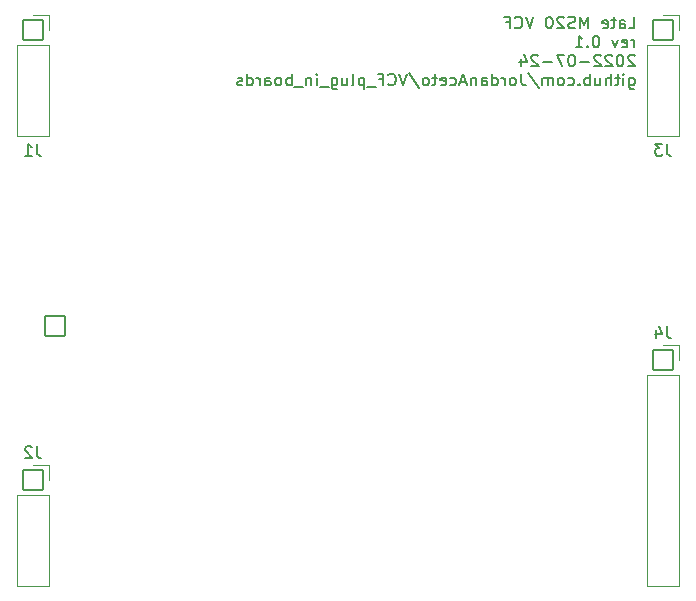
<source format=gbr>
%TF.GenerationSoftware,KiCad,Pcbnew,6.0.7-f9a2dced07~116~ubuntu22.04.1*%
%TF.CreationDate,2022-07-29T20:00:08-04:00*%
%TF.ProjectId,late_MS20_VCF_plug_in_board,6c617465-5f4d-4533-9230-5f5643465f70,0.1*%
%TF.SameCoordinates,Original*%
%TF.FileFunction,Legend,Bot*%
%TF.FilePolarity,Positive*%
%FSLAX46Y46*%
G04 Gerber Fmt 4.6, Leading zero omitted, Abs format (unit mm)*
G04 Created by KiCad (PCBNEW 6.0.7-f9a2dced07~116~ubuntu22.04.1) date 2022-07-29 20:00:08*
%MOMM*%
%LPD*%
G01*
G04 APERTURE LIST*
G04 Aperture macros list*
%AMRoundRect*
0 Rectangle with rounded corners*
0 $1 Rounding radius*
0 $2 $3 $4 $5 $6 $7 $8 $9 X,Y pos of 4 corners*
0 Add a 4 corners polygon primitive as box body*
4,1,4,$2,$3,$4,$5,$6,$7,$8,$9,$2,$3,0*
0 Add four circle primitives for the rounded corners*
1,1,$1+$1,$2,$3*
1,1,$1+$1,$4,$5*
1,1,$1+$1,$6,$7*
1,1,$1+$1,$8,$9*
0 Add four rect primitives between the rounded corners*
20,1,$1+$1,$2,$3,$4,$5,0*
20,1,$1+$1,$4,$5,$6,$7,0*
20,1,$1+$1,$6,$7,$8,$9,0*
20,1,$1+$1,$8,$9,$2,$3,0*%
G04 Aperture macros list end*
%ADD10C,0.150000*%
%ADD11C,0.120000*%
%ADD12C,1.542000*%
%ADD13C,1.702000*%
%ADD14RoundRect,0.051000X0.850000X-0.850000X0.850000X0.850000X-0.850000X0.850000X-0.850000X-0.850000X0*%
%ADD15O,1.802000X1.802000*%
%ADD16RoundRect,0.051000X0.850000X0.850000X-0.850000X0.850000X-0.850000X-0.850000X0.850000X-0.850000X0*%
%ADD17C,1.102000*%
%ADD18C,0.902000*%
G04 APERTURE END LIST*
D10*
X144400014Y-68420780D02*
X144876204Y-68420780D01*
X144876204Y-67420780D01*
X143638109Y-68420780D02*
X143638109Y-67896971D01*
X143685728Y-67801733D01*
X143780966Y-67754114D01*
X143971442Y-67754114D01*
X144066680Y-67801733D01*
X143638109Y-68373161D02*
X143733347Y-68420780D01*
X143971442Y-68420780D01*
X144066680Y-68373161D01*
X144114300Y-68277923D01*
X144114300Y-68182685D01*
X144066680Y-68087447D01*
X143971442Y-68039828D01*
X143733347Y-68039828D01*
X143638109Y-67992209D01*
X143304776Y-67754114D02*
X142923823Y-67754114D01*
X143161919Y-67420780D02*
X143161919Y-68277923D01*
X143114300Y-68373161D01*
X143019061Y-68420780D01*
X142923823Y-68420780D01*
X142209538Y-68373161D02*
X142304776Y-68420780D01*
X142495252Y-68420780D01*
X142590490Y-68373161D01*
X142638109Y-68277923D01*
X142638109Y-67896971D01*
X142590490Y-67801733D01*
X142495252Y-67754114D01*
X142304776Y-67754114D01*
X142209538Y-67801733D01*
X142161919Y-67896971D01*
X142161919Y-67992209D01*
X142638109Y-68087447D01*
X140971442Y-68420780D02*
X140971442Y-67420780D01*
X140638109Y-68135066D01*
X140304776Y-67420780D01*
X140304776Y-68420780D01*
X139876204Y-68373161D02*
X139733347Y-68420780D01*
X139495252Y-68420780D01*
X139400014Y-68373161D01*
X139352395Y-68325542D01*
X139304776Y-68230304D01*
X139304776Y-68135066D01*
X139352395Y-68039828D01*
X139400014Y-67992209D01*
X139495252Y-67944590D01*
X139685728Y-67896971D01*
X139780966Y-67849352D01*
X139828585Y-67801733D01*
X139876204Y-67706495D01*
X139876204Y-67611257D01*
X139828585Y-67516019D01*
X139780966Y-67468400D01*
X139685728Y-67420780D01*
X139447633Y-67420780D01*
X139304776Y-67468400D01*
X138923823Y-67516019D02*
X138876204Y-67468400D01*
X138780966Y-67420780D01*
X138542871Y-67420780D01*
X138447633Y-67468400D01*
X138400014Y-67516019D01*
X138352395Y-67611257D01*
X138352395Y-67706495D01*
X138400014Y-67849352D01*
X138971442Y-68420780D01*
X138352395Y-68420780D01*
X137733347Y-67420780D02*
X137638109Y-67420780D01*
X137542871Y-67468400D01*
X137495252Y-67516019D01*
X137447633Y-67611257D01*
X137400014Y-67801733D01*
X137400014Y-68039828D01*
X137447633Y-68230304D01*
X137495252Y-68325542D01*
X137542871Y-68373161D01*
X137638109Y-68420780D01*
X137733347Y-68420780D01*
X137828585Y-68373161D01*
X137876204Y-68325542D01*
X137923823Y-68230304D01*
X137971442Y-68039828D01*
X137971442Y-67801733D01*
X137923823Y-67611257D01*
X137876204Y-67516019D01*
X137828585Y-67468400D01*
X137733347Y-67420780D01*
X136352395Y-67420780D02*
X136019061Y-68420780D01*
X135685728Y-67420780D01*
X134780966Y-68325542D02*
X134828585Y-68373161D01*
X134971442Y-68420780D01*
X135066680Y-68420780D01*
X135209538Y-68373161D01*
X135304776Y-68277923D01*
X135352395Y-68182685D01*
X135400014Y-67992209D01*
X135400014Y-67849352D01*
X135352395Y-67658876D01*
X135304776Y-67563638D01*
X135209538Y-67468400D01*
X135066680Y-67420780D01*
X134971442Y-67420780D01*
X134828585Y-67468400D01*
X134780966Y-67516019D01*
X134019061Y-67896971D02*
X134352395Y-67896971D01*
X134352395Y-68420780D02*
X134352395Y-67420780D01*
X133876204Y-67420780D01*
X144876204Y-70030780D02*
X144876204Y-69364114D01*
X144876204Y-69554590D02*
X144828585Y-69459352D01*
X144780966Y-69411733D01*
X144685728Y-69364114D01*
X144590490Y-69364114D01*
X143876204Y-69983161D02*
X143971442Y-70030780D01*
X144161919Y-70030780D01*
X144257157Y-69983161D01*
X144304776Y-69887923D01*
X144304776Y-69506971D01*
X144257157Y-69411733D01*
X144161919Y-69364114D01*
X143971442Y-69364114D01*
X143876204Y-69411733D01*
X143828585Y-69506971D01*
X143828585Y-69602209D01*
X144304776Y-69697447D01*
X143495252Y-69364114D02*
X143257157Y-70030780D01*
X143019061Y-69364114D01*
X141685728Y-69030780D02*
X141590490Y-69030780D01*
X141495252Y-69078400D01*
X141447633Y-69126019D01*
X141400014Y-69221257D01*
X141352395Y-69411733D01*
X141352395Y-69649828D01*
X141400014Y-69840304D01*
X141447633Y-69935542D01*
X141495252Y-69983161D01*
X141590490Y-70030780D01*
X141685728Y-70030780D01*
X141780966Y-69983161D01*
X141828585Y-69935542D01*
X141876204Y-69840304D01*
X141923823Y-69649828D01*
X141923823Y-69411733D01*
X141876204Y-69221257D01*
X141828585Y-69126019D01*
X141780966Y-69078400D01*
X141685728Y-69030780D01*
X140923823Y-69935542D02*
X140876204Y-69983161D01*
X140923823Y-70030780D01*
X140971442Y-69983161D01*
X140923823Y-69935542D01*
X140923823Y-70030780D01*
X139923823Y-70030780D02*
X140495252Y-70030780D01*
X140209538Y-70030780D02*
X140209538Y-69030780D01*
X140304776Y-69173638D01*
X140400014Y-69268876D01*
X140495252Y-69316495D01*
X144923823Y-70736019D02*
X144876204Y-70688400D01*
X144780966Y-70640780D01*
X144542871Y-70640780D01*
X144447633Y-70688400D01*
X144400014Y-70736019D01*
X144352395Y-70831257D01*
X144352395Y-70926495D01*
X144400014Y-71069352D01*
X144971442Y-71640780D01*
X144352395Y-71640780D01*
X143733347Y-70640780D02*
X143638109Y-70640780D01*
X143542871Y-70688400D01*
X143495252Y-70736019D01*
X143447633Y-70831257D01*
X143400014Y-71021733D01*
X143400014Y-71259828D01*
X143447633Y-71450304D01*
X143495252Y-71545542D01*
X143542871Y-71593161D01*
X143638109Y-71640780D01*
X143733347Y-71640780D01*
X143828585Y-71593161D01*
X143876204Y-71545542D01*
X143923823Y-71450304D01*
X143971442Y-71259828D01*
X143971442Y-71021733D01*
X143923823Y-70831257D01*
X143876204Y-70736019D01*
X143828585Y-70688400D01*
X143733347Y-70640780D01*
X143019061Y-70736019D02*
X142971442Y-70688400D01*
X142876204Y-70640780D01*
X142638109Y-70640780D01*
X142542871Y-70688400D01*
X142495252Y-70736019D01*
X142447633Y-70831257D01*
X142447633Y-70926495D01*
X142495252Y-71069352D01*
X143066680Y-71640780D01*
X142447633Y-71640780D01*
X142066680Y-70736019D02*
X142019061Y-70688400D01*
X141923823Y-70640780D01*
X141685728Y-70640780D01*
X141590490Y-70688400D01*
X141542871Y-70736019D01*
X141495252Y-70831257D01*
X141495252Y-70926495D01*
X141542871Y-71069352D01*
X142114300Y-71640780D01*
X141495252Y-71640780D01*
X141066680Y-71259828D02*
X140304776Y-71259828D01*
X139638109Y-70640780D02*
X139542871Y-70640780D01*
X139447633Y-70688400D01*
X139400014Y-70736019D01*
X139352395Y-70831257D01*
X139304776Y-71021733D01*
X139304776Y-71259828D01*
X139352395Y-71450304D01*
X139400014Y-71545542D01*
X139447633Y-71593161D01*
X139542871Y-71640780D01*
X139638109Y-71640780D01*
X139733347Y-71593161D01*
X139780966Y-71545542D01*
X139828585Y-71450304D01*
X139876204Y-71259828D01*
X139876204Y-71021733D01*
X139828585Y-70831257D01*
X139780966Y-70736019D01*
X139733347Y-70688400D01*
X139638109Y-70640780D01*
X138971442Y-70640780D02*
X138304776Y-70640780D01*
X138733347Y-71640780D01*
X137923823Y-71259828D02*
X137161919Y-71259828D01*
X136733347Y-70736019D02*
X136685728Y-70688400D01*
X136590490Y-70640780D01*
X136352395Y-70640780D01*
X136257157Y-70688400D01*
X136209538Y-70736019D01*
X136161919Y-70831257D01*
X136161919Y-70926495D01*
X136209538Y-71069352D01*
X136780966Y-71640780D01*
X136161919Y-71640780D01*
X135304776Y-70974114D02*
X135304776Y-71640780D01*
X135542871Y-70593161D02*
X135780966Y-71307447D01*
X135161919Y-71307447D01*
X144447633Y-72584114D02*
X144447633Y-73393638D01*
X144495252Y-73488876D01*
X144542871Y-73536495D01*
X144638109Y-73584114D01*
X144780966Y-73584114D01*
X144876204Y-73536495D01*
X144447633Y-73203161D02*
X144542871Y-73250780D01*
X144733347Y-73250780D01*
X144828585Y-73203161D01*
X144876204Y-73155542D01*
X144923823Y-73060304D01*
X144923823Y-72774590D01*
X144876204Y-72679352D01*
X144828585Y-72631733D01*
X144733347Y-72584114D01*
X144542871Y-72584114D01*
X144447633Y-72631733D01*
X143971442Y-73250780D02*
X143971442Y-72584114D01*
X143971442Y-72250780D02*
X144019061Y-72298400D01*
X143971442Y-72346019D01*
X143923823Y-72298400D01*
X143971442Y-72250780D01*
X143971442Y-72346019D01*
X143638109Y-72584114D02*
X143257157Y-72584114D01*
X143495252Y-72250780D02*
X143495252Y-73107923D01*
X143447633Y-73203161D01*
X143352395Y-73250780D01*
X143257157Y-73250780D01*
X142923823Y-73250780D02*
X142923823Y-72250780D01*
X142495252Y-73250780D02*
X142495252Y-72726971D01*
X142542871Y-72631733D01*
X142638109Y-72584114D01*
X142780966Y-72584114D01*
X142876204Y-72631733D01*
X142923823Y-72679352D01*
X141590490Y-72584114D02*
X141590490Y-73250780D01*
X142019061Y-72584114D02*
X142019061Y-73107923D01*
X141971442Y-73203161D01*
X141876204Y-73250780D01*
X141733347Y-73250780D01*
X141638109Y-73203161D01*
X141590490Y-73155542D01*
X141114300Y-73250780D02*
X141114300Y-72250780D01*
X141114300Y-72631733D02*
X141019061Y-72584114D01*
X140828585Y-72584114D01*
X140733347Y-72631733D01*
X140685728Y-72679352D01*
X140638109Y-72774590D01*
X140638109Y-73060304D01*
X140685728Y-73155542D01*
X140733347Y-73203161D01*
X140828585Y-73250780D01*
X141019061Y-73250780D01*
X141114300Y-73203161D01*
X140209538Y-73155542D02*
X140161919Y-73203161D01*
X140209538Y-73250780D01*
X140257157Y-73203161D01*
X140209538Y-73155542D01*
X140209538Y-73250780D01*
X139304776Y-73203161D02*
X139400014Y-73250780D01*
X139590490Y-73250780D01*
X139685728Y-73203161D01*
X139733347Y-73155542D01*
X139780966Y-73060304D01*
X139780966Y-72774590D01*
X139733347Y-72679352D01*
X139685728Y-72631733D01*
X139590490Y-72584114D01*
X139400014Y-72584114D01*
X139304776Y-72631733D01*
X138733347Y-73250780D02*
X138828585Y-73203161D01*
X138876204Y-73155542D01*
X138923823Y-73060304D01*
X138923823Y-72774590D01*
X138876204Y-72679352D01*
X138828585Y-72631733D01*
X138733347Y-72584114D01*
X138590490Y-72584114D01*
X138495252Y-72631733D01*
X138447633Y-72679352D01*
X138400014Y-72774590D01*
X138400014Y-73060304D01*
X138447633Y-73155542D01*
X138495252Y-73203161D01*
X138590490Y-73250780D01*
X138733347Y-73250780D01*
X137971442Y-73250780D02*
X137971442Y-72584114D01*
X137971442Y-72679352D02*
X137923823Y-72631733D01*
X137828585Y-72584114D01*
X137685728Y-72584114D01*
X137590490Y-72631733D01*
X137542871Y-72726971D01*
X137542871Y-73250780D01*
X137542871Y-72726971D02*
X137495252Y-72631733D01*
X137400014Y-72584114D01*
X137257157Y-72584114D01*
X137161919Y-72631733D01*
X137114300Y-72726971D01*
X137114300Y-73250780D01*
X135923823Y-72203161D02*
X136780966Y-73488876D01*
X135304776Y-72250780D02*
X135304776Y-72965066D01*
X135352395Y-73107923D01*
X135447633Y-73203161D01*
X135590490Y-73250780D01*
X135685728Y-73250780D01*
X134685728Y-73250780D02*
X134780966Y-73203161D01*
X134828585Y-73155542D01*
X134876204Y-73060304D01*
X134876204Y-72774590D01*
X134828585Y-72679352D01*
X134780966Y-72631733D01*
X134685728Y-72584114D01*
X134542871Y-72584114D01*
X134447633Y-72631733D01*
X134400014Y-72679352D01*
X134352395Y-72774590D01*
X134352395Y-73060304D01*
X134400014Y-73155542D01*
X134447633Y-73203161D01*
X134542871Y-73250780D01*
X134685728Y-73250780D01*
X133923823Y-73250780D02*
X133923823Y-72584114D01*
X133923823Y-72774590D02*
X133876204Y-72679352D01*
X133828585Y-72631733D01*
X133733347Y-72584114D01*
X133638109Y-72584114D01*
X132876204Y-73250780D02*
X132876204Y-72250780D01*
X132876204Y-73203161D02*
X132971442Y-73250780D01*
X133161919Y-73250780D01*
X133257157Y-73203161D01*
X133304776Y-73155542D01*
X133352395Y-73060304D01*
X133352395Y-72774590D01*
X133304776Y-72679352D01*
X133257157Y-72631733D01*
X133161919Y-72584114D01*
X132971442Y-72584114D01*
X132876204Y-72631733D01*
X131971442Y-73250780D02*
X131971442Y-72726971D01*
X132019061Y-72631733D01*
X132114300Y-72584114D01*
X132304776Y-72584114D01*
X132400014Y-72631733D01*
X131971442Y-73203161D02*
X132066680Y-73250780D01*
X132304776Y-73250780D01*
X132400014Y-73203161D01*
X132447633Y-73107923D01*
X132447633Y-73012685D01*
X132400014Y-72917447D01*
X132304776Y-72869828D01*
X132066680Y-72869828D01*
X131971442Y-72822209D01*
X131495252Y-72584114D02*
X131495252Y-73250780D01*
X131495252Y-72679352D02*
X131447633Y-72631733D01*
X131352395Y-72584114D01*
X131209538Y-72584114D01*
X131114300Y-72631733D01*
X131066680Y-72726971D01*
X131066680Y-73250780D01*
X130638109Y-72965066D02*
X130161919Y-72965066D01*
X130733347Y-73250780D02*
X130400014Y-72250780D01*
X130066680Y-73250780D01*
X129304776Y-73203161D02*
X129400014Y-73250780D01*
X129590490Y-73250780D01*
X129685728Y-73203161D01*
X129733347Y-73155542D01*
X129780966Y-73060304D01*
X129780966Y-72774590D01*
X129733347Y-72679352D01*
X129685728Y-72631733D01*
X129590490Y-72584114D01*
X129400014Y-72584114D01*
X129304776Y-72631733D01*
X128495252Y-73203161D02*
X128590490Y-73250780D01*
X128780966Y-73250780D01*
X128876204Y-73203161D01*
X128923823Y-73107923D01*
X128923823Y-72726971D01*
X128876204Y-72631733D01*
X128780966Y-72584114D01*
X128590490Y-72584114D01*
X128495252Y-72631733D01*
X128447633Y-72726971D01*
X128447633Y-72822209D01*
X128923823Y-72917447D01*
X128161919Y-72584114D02*
X127780966Y-72584114D01*
X128019061Y-72250780D02*
X128019061Y-73107923D01*
X127971442Y-73203161D01*
X127876204Y-73250780D01*
X127780966Y-73250780D01*
X127304776Y-73250780D02*
X127400014Y-73203161D01*
X127447633Y-73155542D01*
X127495252Y-73060304D01*
X127495252Y-72774590D01*
X127447633Y-72679352D01*
X127400014Y-72631733D01*
X127304776Y-72584114D01*
X127161919Y-72584114D01*
X127066680Y-72631733D01*
X127019061Y-72679352D01*
X126971442Y-72774590D01*
X126971442Y-73060304D01*
X127019061Y-73155542D01*
X127066680Y-73203161D01*
X127161919Y-73250780D01*
X127304776Y-73250780D01*
X125828585Y-72203161D02*
X126685728Y-73488876D01*
X125638109Y-72250780D02*
X125304776Y-73250780D01*
X124971442Y-72250780D01*
X124066680Y-73155542D02*
X124114300Y-73203161D01*
X124257157Y-73250780D01*
X124352395Y-73250780D01*
X124495252Y-73203161D01*
X124590490Y-73107923D01*
X124638109Y-73012685D01*
X124685728Y-72822209D01*
X124685728Y-72679352D01*
X124638109Y-72488876D01*
X124590490Y-72393638D01*
X124495252Y-72298400D01*
X124352395Y-72250780D01*
X124257157Y-72250780D01*
X124114300Y-72298400D01*
X124066680Y-72346019D01*
X123304776Y-72726971D02*
X123638109Y-72726971D01*
X123638109Y-73250780D02*
X123638109Y-72250780D01*
X123161919Y-72250780D01*
X123019061Y-73346019D02*
X122257157Y-73346019D01*
X122019061Y-72584114D02*
X122019061Y-73584114D01*
X122019061Y-72631733D02*
X121923823Y-72584114D01*
X121733347Y-72584114D01*
X121638109Y-72631733D01*
X121590490Y-72679352D01*
X121542871Y-72774590D01*
X121542871Y-73060304D01*
X121590490Y-73155542D01*
X121638109Y-73203161D01*
X121733347Y-73250780D01*
X121923823Y-73250780D01*
X122019061Y-73203161D01*
X120971442Y-73250780D02*
X121066680Y-73203161D01*
X121114300Y-73107923D01*
X121114300Y-72250780D01*
X120161919Y-72584114D02*
X120161919Y-73250780D01*
X120590490Y-72584114D02*
X120590490Y-73107923D01*
X120542871Y-73203161D01*
X120447633Y-73250780D01*
X120304776Y-73250780D01*
X120209538Y-73203161D01*
X120161919Y-73155542D01*
X119257157Y-72584114D02*
X119257157Y-73393638D01*
X119304776Y-73488876D01*
X119352395Y-73536495D01*
X119447633Y-73584114D01*
X119590490Y-73584114D01*
X119685728Y-73536495D01*
X119257157Y-73203161D02*
X119352395Y-73250780D01*
X119542871Y-73250780D01*
X119638109Y-73203161D01*
X119685728Y-73155542D01*
X119733347Y-73060304D01*
X119733347Y-72774590D01*
X119685728Y-72679352D01*
X119638109Y-72631733D01*
X119542871Y-72584114D01*
X119352395Y-72584114D01*
X119257157Y-72631733D01*
X119019061Y-73346019D02*
X118257157Y-73346019D01*
X118019061Y-73250780D02*
X118019061Y-72584114D01*
X118019061Y-72250780D02*
X118066680Y-72298400D01*
X118019061Y-72346019D01*
X117971442Y-72298400D01*
X118019061Y-72250780D01*
X118019061Y-72346019D01*
X117542871Y-72584114D02*
X117542871Y-73250780D01*
X117542871Y-72679352D02*
X117495252Y-72631733D01*
X117400014Y-72584114D01*
X117257157Y-72584114D01*
X117161919Y-72631733D01*
X117114300Y-72726971D01*
X117114300Y-73250780D01*
X116876204Y-73346019D02*
X116114300Y-73346019D01*
X115876204Y-73250780D02*
X115876204Y-72250780D01*
X115876204Y-72631733D02*
X115780966Y-72584114D01*
X115590490Y-72584114D01*
X115495252Y-72631733D01*
X115447633Y-72679352D01*
X115400014Y-72774590D01*
X115400014Y-73060304D01*
X115447633Y-73155542D01*
X115495252Y-73203161D01*
X115590490Y-73250780D01*
X115780966Y-73250780D01*
X115876204Y-73203161D01*
X114828585Y-73250780D02*
X114923823Y-73203161D01*
X114971442Y-73155542D01*
X115019061Y-73060304D01*
X115019061Y-72774590D01*
X114971442Y-72679352D01*
X114923823Y-72631733D01*
X114828585Y-72584114D01*
X114685728Y-72584114D01*
X114590490Y-72631733D01*
X114542871Y-72679352D01*
X114495252Y-72774590D01*
X114495252Y-73060304D01*
X114542871Y-73155542D01*
X114590490Y-73203161D01*
X114685728Y-73250780D01*
X114828585Y-73250780D01*
X113638109Y-73250780D02*
X113638109Y-72726971D01*
X113685728Y-72631733D01*
X113780966Y-72584114D01*
X113971442Y-72584114D01*
X114066680Y-72631733D01*
X113638109Y-73203161D02*
X113733347Y-73250780D01*
X113971442Y-73250780D01*
X114066680Y-73203161D01*
X114114300Y-73107923D01*
X114114300Y-73012685D01*
X114066680Y-72917447D01*
X113971442Y-72869828D01*
X113733347Y-72869828D01*
X113638109Y-72822209D01*
X113161919Y-73250780D02*
X113161919Y-72584114D01*
X113161919Y-72774590D02*
X113114300Y-72679352D01*
X113066680Y-72631733D01*
X112971442Y-72584114D01*
X112876204Y-72584114D01*
X112114300Y-73250780D02*
X112114300Y-72250780D01*
X112114300Y-73203161D02*
X112209538Y-73250780D01*
X112400014Y-73250780D01*
X112495252Y-73203161D01*
X112542871Y-73155542D01*
X112590490Y-73060304D01*
X112590490Y-72774590D01*
X112542871Y-72679352D01*
X112495252Y-72631733D01*
X112400014Y-72584114D01*
X112209538Y-72584114D01*
X112114300Y-72631733D01*
X111685728Y-73203161D02*
X111590490Y-73250780D01*
X111400014Y-73250780D01*
X111304776Y-73203161D01*
X111257157Y-73107923D01*
X111257157Y-73060304D01*
X111304776Y-72965066D01*
X111400014Y-72917447D01*
X111542871Y-72917447D01*
X111638109Y-72869828D01*
X111685728Y-72774590D01*
X111685728Y-72726971D01*
X111638109Y-72631733D01*
X111542871Y-72584114D01*
X111400014Y-72584114D01*
X111304776Y-72631733D01*
%TO.C,J1*%
X94313333Y-78192380D02*
X94313333Y-78906666D01*
X94360952Y-79049523D01*
X94456190Y-79144761D01*
X94599047Y-79192380D01*
X94694285Y-79192380D01*
X93313333Y-79192380D02*
X93884761Y-79192380D01*
X93599047Y-79192380D02*
X93599047Y-78192380D01*
X93694285Y-78335238D01*
X93789523Y-78430476D01*
X93884761Y-78478095D01*
%TO.C,J2*%
X94313333Y-103802380D02*
X94313333Y-104516666D01*
X94360952Y-104659523D01*
X94456190Y-104754761D01*
X94599047Y-104802380D01*
X94694285Y-104802380D01*
X93884761Y-103897619D02*
X93837142Y-103850000D01*
X93741904Y-103802380D01*
X93503809Y-103802380D01*
X93408571Y-103850000D01*
X93360952Y-103897619D01*
X93313333Y-103992857D01*
X93313333Y-104088095D01*
X93360952Y-104230952D01*
X93932380Y-104802380D01*
X93313333Y-104802380D01*
%TO.C,J3*%
X147653333Y-78192380D02*
X147653333Y-78906666D01*
X147700952Y-79049523D01*
X147796190Y-79144761D01*
X147939047Y-79192380D01*
X148034285Y-79192380D01*
X147272380Y-78192380D02*
X146653333Y-78192380D01*
X146986666Y-78573333D01*
X146843809Y-78573333D01*
X146748571Y-78620952D01*
X146700952Y-78668571D01*
X146653333Y-78763809D01*
X146653333Y-79001904D01*
X146700952Y-79097142D01*
X146748571Y-79144761D01*
X146843809Y-79192380D01*
X147129523Y-79192380D01*
X147224761Y-79144761D01*
X147272380Y-79097142D01*
%TO.C,J4*%
X147653333Y-93642380D02*
X147653333Y-94356666D01*
X147700952Y-94499523D01*
X147796190Y-94594761D01*
X147939047Y-94642380D01*
X148034285Y-94642380D01*
X146748571Y-93975714D02*
X146748571Y-94642380D01*
X146986666Y-93594761D02*
X147224761Y-94309047D01*
X146605714Y-94309047D01*
D11*
%TO.C,J1*%
X95310000Y-67250000D02*
X93980000Y-67250000D01*
X95310000Y-69850000D02*
X92650000Y-69850000D01*
X95310000Y-69850000D02*
X95310000Y-77530000D01*
X95310000Y-68580000D02*
X95310000Y-67250000D01*
X92650000Y-69850000D02*
X92650000Y-77530000D01*
X95310000Y-77530000D02*
X92650000Y-77530000D01*
%TO.C,J2*%
X95310000Y-115630000D02*
X92650000Y-115630000D01*
X95310000Y-105350000D02*
X93980000Y-105350000D01*
X95310000Y-107950000D02*
X95310000Y-115630000D01*
X95310000Y-106680000D02*
X95310000Y-105350000D01*
X92650000Y-107950000D02*
X92650000Y-115630000D01*
X95310000Y-107950000D02*
X92650000Y-107950000D01*
%TO.C,J3*%
X148650000Y-69850000D02*
X148650000Y-77530000D01*
X148650000Y-69850000D02*
X145990000Y-69850000D01*
X148650000Y-67250000D02*
X147320000Y-67250000D01*
X145990000Y-69850000D02*
X145990000Y-77530000D01*
X148650000Y-77530000D02*
X145990000Y-77530000D01*
X148650000Y-68580000D02*
X148650000Y-67250000D01*
%TO.C,J4*%
X148650000Y-115630000D02*
X145990000Y-115630000D01*
X148650000Y-97790000D02*
X145990000Y-97790000D01*
X145990000Y-97790000D02*
X145990000Y-115630000D01*
X148650000Y-97790000D02*
X148650000Y-115630000D01*
X148650000Y-95190000D02*
X147320000Y-95190000D01*
X148650000Y-96520000D02*
X148650000Y-95190000D01*
%TD*%
%LPC*%
D12*
%TO.C,RV2*%
X106426000Y-111760000D03*
X106426000Y-109220000D03*
X106426000Y-106680000D03*
%TD*%
%TO.C,RV1*%
X99568000Y-111760000D03*
X99568000Y-109220000D03*
X99568000Y-106680000D03*
%TD*%
D13*
%TO.C,C3*%
X146050000Y-81360000D03*
X146050000Y-86360000D03*
%TD*%
D14*
%TO.C,J5*%
X95885000Y-93599000D03*
D15*
X95885000Y-91059000D03*
X98425000Y-93599000D03*
X98425000Y-91059000D03*
X100965000Y-93599000D03*
X100965000Y-91059000D03*
X103505000Y-93599000D03*
X103505000Y-91059000D03*
%TD*%
D12*
%TO.C,RV3*%
X113284000Y-111760000D03*
X113284000Y-109220000D03*
X113284000Y-106680000D03*
%TD*%
D16*
%TO.C,J1*%
X93980000Y-68580000D03*
D15*
X93980000Y-71120000D03*
X93980000Y-73660000D03*
X93980000Y-76200000D03*
%TD*%
D16*
%TO.C,J2*%
X93980000Y-106680000D03*
D15*
X93980000Y-109220000D03*
X93980000Y-111760000D03*
X93980000Y-114300000D03*
%TD*%
D16*
%TO.C,J3*%
X147320000Y-68580000D03*
D15*
X147320000Y-71120000D03*
X147320000Y-73660000D03*
X147320000Y-76200000D03*
%TD*%
D16*
%TO.C,J4*%
X147320000Y-96520000D03*
D15*
X147320000Y-99060000D03*
X147320000Y-101600000D03*
X147320000Y-104140000D03*
X147320000Y-106680000D03*
X147320000Y-109220000D03*
X147320000Y-111760000D03*
X147320000Y-114300000D03*
%TD*%
D17*
X114046000Y-71882000D03*
X134620000Y-89408000D03*
X143510000Y-104140000D03*
X111252000Y-86614000D03*
X121920000Y-110998000D03*
X137668000Y-96774000D03*
X121920000Y-85852000D03*
X139700000Y-76708000D03*
X139700000Y-85852000D03*
X123190000Y-102362000D03*
X121920000Y-76708000D03*
X143510000Y-113284000D03*
X113538000Y-94488000D03*
X118872000Y-102006400D03*
X130048000Y-101854000D03*
X132842000Y-102616000D03*
X140462000Y-114554000D03*
X118872000Y-111302800D03*
X114808000Y-85598000D03*
X134645400Y-73990200D03*
X129540000Y-111252000D03*
X133350000Y-108137500D03*
X131700043Y-86742043D03*
X129540000Y-75438000D03*
X143256000Y-80772000D03*
X133350000Y-106172000D03*
X130182034Y-80584500D03*
X126238000Y-76708000D03*
X129032000Y-76708000D03*
X117900793Y-75901207D03*
X115062000Y-76200000D03*
X147320000Y-88646000D03*
X129540000Y-93218000D03*
X129580500Y-89416520D03*
X116332000Y-77099500D03*
X116332000Y-98044000D03*
X127254000Y-102108000D03*
X124460000Y-101346000D03*
D18*
X135229600Y-108102400D03*
X139750800Y-104851200D03*
D17*
X121412000Y-112776000D03*
X134154500Y-110744000D03*
X139954000Y-97282000D03*
X139954000Y-94742000D03*
X106680000Y-86614000D03*
X106680000Y-95250000D03*
X113538000Y-92202000D03*
X139700000Y-89408000D03*
X140004800Y-74244200D03*
X113030000Y-87884000D03*
X126238000Y-78740000D03*
X125984000Y-86360000D03*
M02*

</source>
